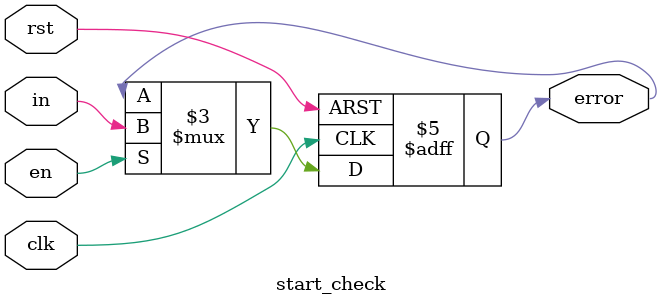
<source format=v>
module start_check
(
  input  wire  clk   ,
  input  wire  rst   ,
  
  input  wire  en    ,
  input  wire  in    ,
  
  output reg   error  
);

always @ (posedge clk or negedge rst)
  begin
    if (!rst)
      error <= 0;
    else if (en)
      error <= in;
  end

endmodule
</source>
